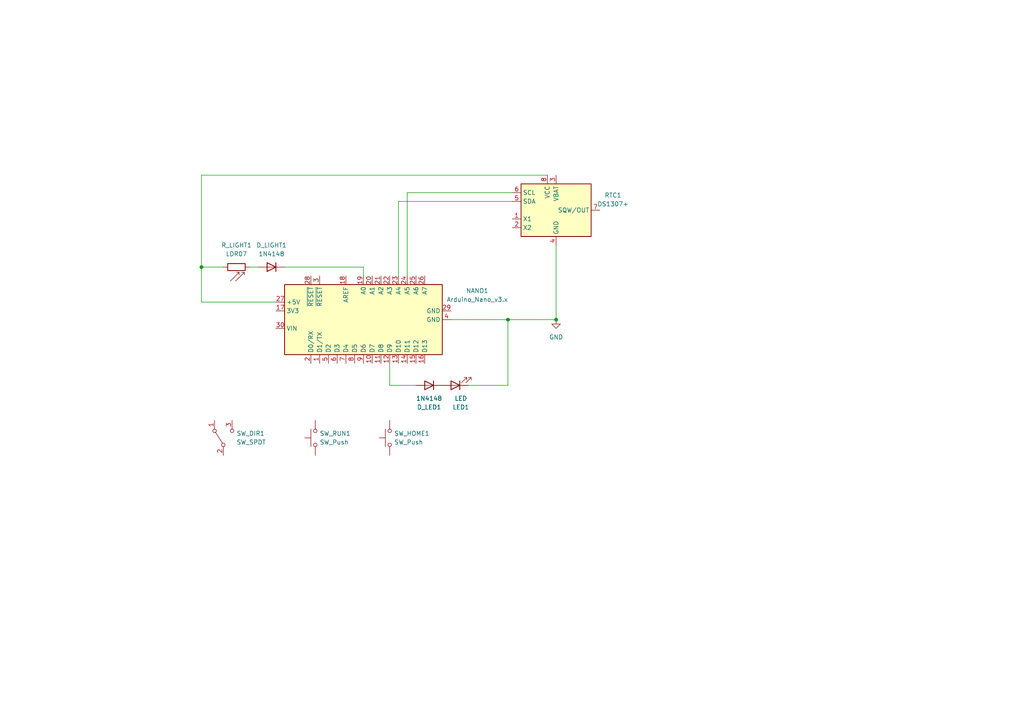
<source format=kicad_sch>
(kicad_sch (version 20211123) (generator eeschema)
  (paper "A4")
  (lib_symbols
    (symbol "Device:LED" (pin_numbers hide) (pin_names (offset 1.016) hide)
      (property "Reference" "D" (at 0 2.54 0))
      (property "Value" "LED" (at 0 -2.54 0))
      (symbol "LED_0_1"
        (polyline (pts (xy -1.27 -1.27) (xy -1.27 1.27)) (stroke (width 0.254)))
        (polyline (pts (xy -1.27 0) (xy 1.27 0)))
        (polyline (pts (xy 1.27 -1.27) (xy 1.27 1.27) (xy -1.27 0) (xy 1.27 -1.27)) (stroke (width 0.254)))
        (polyline (pts (xy -3.048 -0.762) (xy -4.572 -2.286) (xy -3.81 -2.286) (xy -4.572 -2.286) (xy -4.572 -1.524)))
        (polyline (pts (xy -1.778 -0.762) (xy -3.302 -2.286) (xy -2.54 -2.286) (xy -3.302 -2.286) (xy -3.302 -1.524)))
      )
      (symbol "LED_1_1"
        (pin passive line (at -3.81 0 0) (length 2.54) (name "K") (number "1"))
        (pin passive line (at 3.81 0 180) (length 2.54) (name "A") (number "2"))
      )
    )
    (symbol "Diode:1N4148" (pin_numbers hide) (pin_names (offset 1.016) hide)
      (property "Reference" "D" (at 0 2.54 0))
      (property "Value" "1N4148" (at 0 -2.54 0))
      (symbol "1N4148_0_1"
        (polyline (pts (xy -1.27 1.27) (xy -1.27 -1.27)) (stroke (width 0.254)))
        (polyline (pts (xy 1.27 0) (xy -1.27 0)))
        (polyline (pts (xy 1.27 1.27) (xy 1.27 -1.27) (xy -1.27 0) (xy 1.27 1.27)) (stroke (width 0.254)))
      )
      (symbol "1N4148_1_1"
        (pin passive line (at -3.81 0 0) (length 2.54) (name "K") (number "1"))
        (pin passive line (at 3.81 0 180) (length 2.54) (name "A") (number "2"))
      )
    )
    (symbol "MCU_Module:Arduino_Nano_v3.x"
      (property "Reference" "A" (at -10.16 23.495 0))
      (property "Value" "Arduino_Nano_v3.x" (at 5.08 -24.13 0))
      (symbol "Arduino_Nano_v3.x_0_1"
        (rectangle (start -10.16 22.86) (end 10.16 -22.86) (stroke (width 0.254)) (fill (type background)))
      )
      (symbol "Arduino_Nano_v3.x_1_1"
        (pin bidirectional line (at -12.7 12.7 0) (length 2.54) (name "D1/TX") (number "1"))
        (pin bidirectional line (at -12.7 -2.54 0) (length 2.54) (name "D7") (number "10"))
        (pin bidirectional line (at -12.7 -5.08 0) (length 2.54) (name "D8") (number "11"))
        (pin bidirectional line (at -12.7 -7.62 0) (length 2.54) (name "D9") (number "12"))
        (pin bidirectional line (at -12.7 -10.16 0) (length 2.54) (name "D10") (number "13"))
        (pin bidirectional line (at -12.7 -12.7 0) (length 2.54) (name "D11") (number "14"))
        (pin bidirectional line (at -12.7 -15.24 0) (length 2.54) (name "D12") (number "15"))
        (pin bidirectional line (at -12.7 -17.78 0) (length 2.54) (name "D13") (number "16"))
        (pin power_out line (at 2.54 25.4 270) (length 2.54) (name "3V3") (number "17"))
        (pin input line (at 12.7 5.08 180) (length 2.54) (name "AREF") (number "18"))
        (pin bidirectional line (at 12.7 0 180) (length 2.54) (name "A0") (number "19"))
        (pin bidirectional line (at -12.7 15.24 0) (length 2.54) (name "D0/RX") (number "2"))
        (pin bidirectional line (at 12.7 -2.54 180) (length 2.54) (name "A1") (number "20"))
        (pin bidirectional line (at 12.7 -5.08 180) (length 2.54) (name "A2") (number "21"))
        (pin bidirectional line (at 12.7 -7.62 180) (length 2.54) (name "A3") (number "22"))
        (pin bidirectional line (at 12.7 -10.16 180) (length 2.54) (name "A4") (number "23"))
        (pin bidirectional line (at 12.7 -12.7 180) (length 2.54) (name "A5") (number "24"))
        (pin bidirectional line (at 12.7 -15.24 180) (length 2.54) (name "A6") (number "25"))
        (pin bidirectional line (at 12.7 -17.78 180) (length 2.54) (name "A7") (number "26"))
        (pin power_out line (at 5.08 25.4 270) (length 2.54) (name "+5V") (number "27"))
        (pin input line (at 12.7 15.24 180) (length 2.54) (name "~{RESET}") (number "28"))
        (pin power_in line (at 2.54 -25.4 90) (length 2.54) (name "GND") (number "29"))
        (pin input line (at 12.7 12.7 180) (length 2.54) (name "~{RESET}") (number "3"))
        (pin power_in line (at -2.54 25.4 270) (length 2.54) (name "VIN") (number "30"))
        (pin power_in line (at 0 -25.4 90) (length 2.54) (name "GND") (number "4"))
        (pin bidirectional line (at -12.7 10.16 0) (length 2.54) (name "D2") (number "5"))
        (pin bidirectional line (at -12.7 7.62 0) (length 2.54) (name "D3") (number "6"))
        (pin bidirectional line (at -12.7 5.08 0) (length 2.54) (name "D4") (number "7"))
        (pin bidirectional line (at -12.7 2.54 0) (length 2.54) (name "D5") (number "8"))
        (pin bidirectional line (at -12.7 0 0) (length 2.54) (name "D6") (number "9"))
      )
    )
    (symbol "Sensor_Optical:LDR07" (pin_numbers hide) (pin_names (offset 0))
      (property "Reference" "R" (at -5.08 0 90))
      (property "Value" "LDR07" (at 1.905 0 90))
      (symbol "LDR07_0_1"
        (rectangle (start -1.016 2.54) (end 1.016 -2.54) (stroke (width 0.254)))
        (polyline (pts (xy -1.524 -2.286) (xy -4.064 0.254)))
        (polyline (pts (xy -1.524 -2.286) (xy -2.286 -2.286)))
        (polyline (pts (xy -1.524 -2.286) (xy -1.524 -1.524)))
        (polyline (pts (xy -1.524 -0.762) (xy -4.064 1.778)))
        (polyline (pts (xy -1.524 -0.762) (xy -2.286 -0.762)))
        (polyline (pts (xy -1.524 -0.762) (xy -1.524 0)))
      )
      (symbol "LDR07_1_1"
        (pin passive line (at 0 3.81 270) (length 1.27) (name "~") (number "1"))
        (pin passive line (at 0 -3.81 90) (length 1.27) (name "~") (number "2"))
      )
    )
    (symbol "Switch:SW_Push" (pin_numbers hide) (pin_names (offset 1.016) hide)
      (property "Reference" "SW" (at 1.27 2.54 0))
      (property "Value" "SW_Push" (at 0 -1.524 0))
      (symbol "SW_Push_0_1"
        (circle (center -2.032 0) (radius 0.508))
        (polyline (pts (xy 0 1.27) (xy 0 3.048)))
        (polyline (pts (xy 2.54 1.27) (xy -2.54 1.27)))
        (circle (center 2.032 0) (radius 0.508))
        (pin passive line (at -5.08 0 0) (length 2.54) (name "1") (number "1"))
        (pin passive line (at 5.08 0 180) (length 2.54) (name "2") (number "2"))
      )
    )
    (symbol "Switch:SW_SPDT" (pin_names (offset 0) hide)
      (property "Reference" "SW" (at 0 4.318 0))
      (property "Value" "SW_SPDT" (at 0 -5.08 0))
      (symbol "SW_SPDT_0_0"
        (circle (center -2.032 0) (radius 0.508))
        (circle (center 2.032 -2.54) (radius 0.508))
      )
      (symbol "SW_SPDT_0_1"
        (polyline (pts (xy -1.524 0.254) (xy 1.651 2.286)))
        (circle (center 2.032 2.54) (radius 0.508))
      )
      (symbol "SW_SPDT_1_1"
        (pin passive line (at 5.08 2.54 180) (length 2.54) (name "A") (number "1"))
        (pin passive line (at -5.08 0 0) (length 2.54) (name "B") (number "2"))
        (pin passive line (at 5.08 -2.54 180) (length 2.54) (name "C") (number "3"))
      )
    )
    (symbol "Timer_RTC:DS1307+"
      (property "Reference" "U" (at -8.89 8.89 0))
      (property "Value" "DS1307+" (at 1.27 8.89 0))
      (symbol "DS1307+_0_1"
        (rectangle (start -10.16 7.62) (end 10.16 -7.62) (stroke (width 0.254)) (fill (type background)))
      )
      (symbol "DS1307+_1_1"
        (pin input line (at -12.7 -2.54 0) (length 2.54) (name "X1") (number "1"))
        (pin input line (at -12.7 -5.08 0) (length 2.54) (name "X2") (number "2"))
        (pin power_in line (at 0 10.16 270) (length 2.54) (name "VBAT") (number "3"))
        (pin power_in line (at 0 -10.16 90) (length 2.54) (name "GND") (number "4"))
        (pin bidirectional line (at -12.7 2.54 0) (length 2.54) (name "SDA") (number "5"))
        (pin input line (at -12.7 5.08 0) (length 2.54) (name "SCL") (number "6"))
        (pin open_collector line (at 12.7 0 180) (length 2.54) (name "SQW/OUT") (number "7"))
        (pin power_in line (at -2.54 10.16 270) (length 2.54) (name "VCC") (number "8"))
      )
    )
    (symbol "power:GND" (power) (pin_names (offset 0))
      (property "Value" "GND" (at 0 -3.81 0))
      (symbol "GND_0_1"
        (polyline (pts (xy 0 0) (xy 0 -1.27) (xy 1.27 -1.27) (xy 0 -2.54) (xy -1.27 -1.27) (xy 0 -1.27)))
      )
      (symbol "GND_1_1"
        (pin power_in line (at 0 0 270) (length 0) hide (name "GND") (number "1"))
      )
    )
  )
  (junction (at 147.32 92.71))
  (junction (at 58.42 77.47))
  (junction (at 161.29 92.71))
  (wire (pts (xy 113.03 111.76) (xy 113.03 105.41)))
  (wire (pts (xy 58.42 87.63) (xy 80.01 87.63)))
  (wire (pts (xy 105.41 77.47) (xy 105.41 80.01)))
  (wire (pts (xy 158.75 50.8) (xy 58.42 50.8)))
  (wire (pts (xy 118.11 55.88) (xy 118.11 80.01)))
  (wire (pts (xy 115.57 58.42) (xy 115.57 80.01)))
  (wire (pts (xy 74.93 77.47) (xy 72.39 77.47)))
  (wire (pts (xy 147.32 111.76) (xy 147.32 92.71)))
  (wire (pts (xy 130.81 92.71) (xy 147.32 92.71)))
  (wire (pts (xy 82.55 77.47) (xy 105.41 77.47)))
  (wire (pts (xy 148.59 58.42) (xy 115.57 58.42)))
  (wire (pts (xy 120.65 111.76) (xy 113.03 111.76)))
  (wire (pts (xy 135.89 111.76) (xy 147.32 111.76)))
  (wire (pts (xy 58.42 77.47) (xy 64.77 77.47)))
  (wire (pts (xy 147.32 92.71) (xy 161.29 92.71)))
  (wire (pts (xy 58.42 77.47) (xy 58.42 87.63)))
  (wire (pts (xy 161.29 71.12) (xy 161.29 92.71)))
  (wire (pts (xy 148.59 55.88) (xy 118.11 55.88)))
  (wire (pts (xy 58.42 50.8) (xy 58.42 77.47)))
  (symbol (lib_id "MCU_Module:Arduino_Nano_v3.x") (at 105.41 92.71 90) (unit 1)
    (property "Reference" "NANO1" (at 138.43 84.3405 90))
    (property "Value" "Arduino_Nano_v3.x" (at 138.43 86.8805 90))
    (property "Footprint" "Module:Arduino_Nano" (effects hide))
    (property "Datasheet" "http://www.mouser.com/pdfdocs/Gravitech_Arduino_Nano3_0.pdf" (effects hide))
  )
  (symbol (lib_id "Sensor_Optical:LDR07") (at 68.58 77.47 90) (unit 1)
    (property "Reference" "R_LIGHT1" (at 68.58 71.12 90))
    (property "Value" "LDR07" (at 68.58 73.66 90))
    (property "Footprint" "OptoDevice:R_LDR_5.1x4.3mm_P3.4mm_Vertical" (effects hide))
    (property "Datasheet" "http://www.tme.eu/de/Document/f2e3ad76a925811312d226c31da4cd7e/LDR07.pdf" (effects hide))
  )
  (symbol (lib_id "Diode:1N4148") (at 124.46 111.76 180) (unit 1)
    (property "Reference" "D_LED1" (at 124.46 118.11 0))
    (property "Value" "1N4148" (at 124.46 115.57 0))
    (property "Footprint" "Diode_THT:D_DO-35_SOD27_P7.62mm_Horizontal" (effects hide))
    (property "Datasheet" "https://assets.nexperia.com/documents/data-sheet/1N4148_1N4448.pdf" (effects hide))
  )
  (symbol (lib_id "Device:LED") (at 132.08 111.76 180) (unit 1)
    (property "Reference" "LED1" (at 133.6675 118.11 0))
    (property "Value" "LED" (at 133.6675 115.57 0))
    (property "Footprint" "LED_THT:LED_D3.0mm_Clear" (effects hide))
  )
  (symbol (lib_id "power:GND") (at 161.29 92.71 0) (unit 1)
    (property "Reference" "#PWR0101" (effects hide))
    (property "Value" "GND" (at 161.29 97.79 0))
  )
  (symbol (lib_id "Switch:SW_SPDT") (at 64.77 127 90) (unit 1)
    (property "Reference" "SW_DIR1" (at 68.58 125.7299 90) (effects (justify right)))
    (property "Value" "SW_SPDT" (at 68.58 128.2699 90) (effects (justify right)))
  )
  (symbol (lib_id "Switch:SW_Push") (at 113.03 127 90) (unit 1)
    (property "Reference" "SW_HOME1" (at 114.3 125.7299 90) (effects (justify right)))
    (property "Value" "SW_Push" (at 114.3 128.2699 90) (effects (justify right)))
  )
  (symbol (lib_id "Diode:1N4148") (at 78.74 77.47 180) (unit 1)
    (property "Reference" "D_LIGHT1" (at 78.74 71.12 0))
    (property "Value" "1N4148" (at 78.74 73.66 0))
    (property "Footprint" "Diode_THT:D_DO-35_SOD27_P7.62mm_Horizontal" (effects hide))
    (property "Datasheet" "https://assets.nexperia.com/documents/data-sheet/1N4148_1N4448.pdf" (effects hide))
  )
  (symbol (lib_id "Timer_RTC:DS1307+") (at 161.29 60.96 0) (unit 1)
    (property "Reference" "RTC1" (at 177.8 56.6293 0))
    (property "Value" "DS1307+" (at 177.8 59.1693 0))
    (property "Footprint" "P2000:DS1307" (effects hide))
    (property "Datasheet" "https://datasheets.maximintegrated.com/en/ds/DS1307.pdf" (effects hide))
  )
  (symbol (lib_id "Switch:SW_Push") (at 91.44 127 90) (unit 1)
    (property "Reference" "SW_RUN1" (at 92.71 125.7299 90) (effects (justify right)))
    (property "Value" "SW_Push" (at 92.71 128.2699 90) (effects (justify right)))
  )
)
</source>
